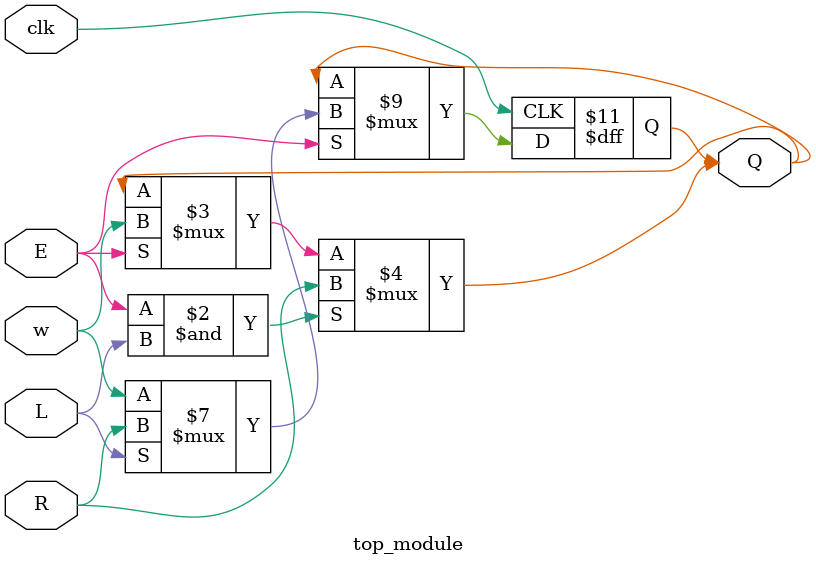
<source format=sv>
module top_module (
	input clk,
	input w,
	input R,
	input E,
	input L,
	output reg Q
);

	always @(posedge clk) begin
		if (E) begin
			if (L)
				Q <= R;
			else
				Q <= w;
		end
		else begin
			Q <= Q;
		end
	end

	assign Q = (E & L) ? R : (E ? w : Q);

endmodule

</source>
